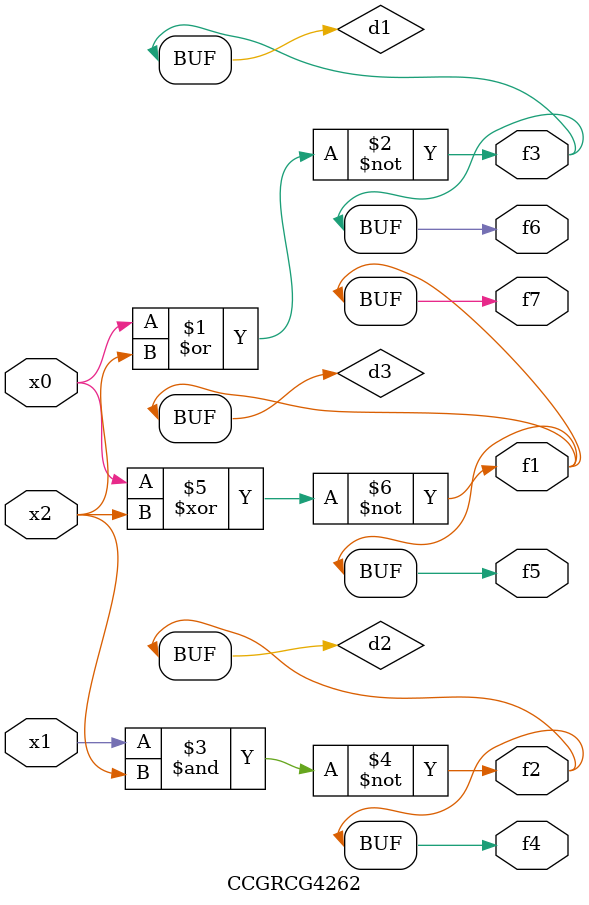
<source format=v>
module CCGRCG4262(
	input x0, x1, x2,
	output f1, f2, f3, f4, f5, f6, f7
);

	wire d1, d2, d3;

	nor (d1, x0, x2);
	nand (d2, x1, x2);
	xnor (d3, x0, x2);
	assign f1 = d3;
	assign f2 = d2;
	assign f3 = d1;
	assign f4 = d2;
	assign f5 = d3;
	assign f6 = d1;
	assign f7 = d3;
endmodule

</source>
